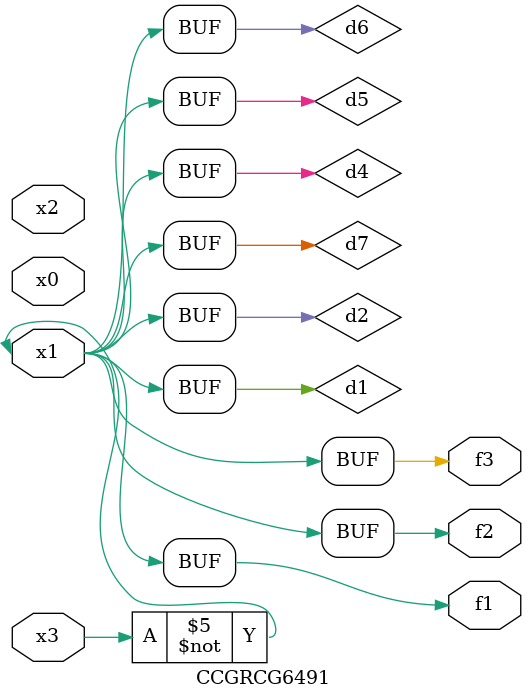
<source format=v>
module CCGRCG6491(
	input x0, x1, x2, x3,
	output f1, f2, f3
);

	wire d1, d2, d3, d4, d5, d6, d7;

	not (d1, x3);
	buf (d2, x1);
	xnor (d3, d1, d2);
	nor (d4, d1);
	buf (d5, d1, d2);
	buf (d6, d4, d5);
	nand (d7, d4);
	assign f1 = d6;
	assign f2 = d7;
	assign f3 = d6;
endmodule

</source>
